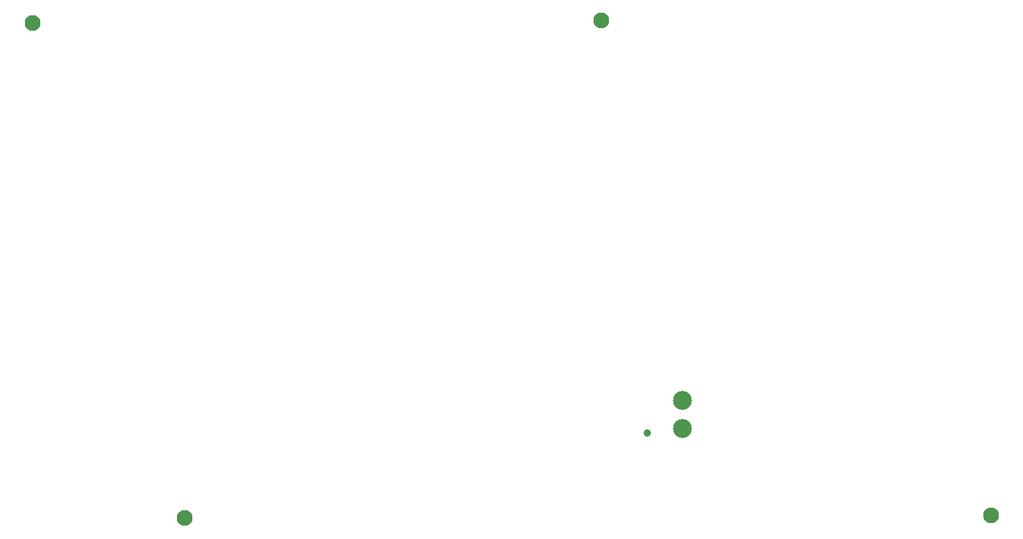
<source format=gbr>
%TF.GenerationSoftware,KiCad,Pcbnew,9.0.4*%
%TF.CreationDate,2026-01-15T21:37:39+03:30*%
%TF.ProjectId,Motor_Health_Monitoring_PCB,4d6f746f-725f-4486-9561-6c74685f4d6f,rev?*%
%TF.SameCoordinates,Original*%
%TF.FileFunction,NonPlated,1,4,NPTH,Drill*%
%TF.FilePolarity,Positive*%
%FSLAX46Y46*%
G04 Gerber Fmt 4.6, Leading zero omitted, Abs format (unit mm)*
G04 Created by KiCad (PCBNEW 9.0.4) date 2026-01-15 21:37:39*
%MOMM*%
%LPD*%
G01*
G04 APERTURE LIST*
%TA.AperFunction,ComponentDrill*%
%ADD10C,1.000000*%
%TD*%
%TA.AperFunction,ComponentDrill*%
%ADD11C,2.100000*%
%TD*%
%TA.AperFunction,ComponentDrill*%
%ADD12C,2.500000*%
%TD*%
G04 APERTURE END LIST*
D10*
%TO.C,U10*%
X156690500Y-116815000D03*
D11*
%TO.C,REF\u002A\u002A*%
X75184000Y-62484000D03*
X95360000Y-128120000D03*
X150557500Y-62160000D03*
X202184000Y-127700000D03*
D12*
%TO.C,U10*%
X161340500Y-112465000D03*
X161340500Y-116265000D03*
M02*

</source>
